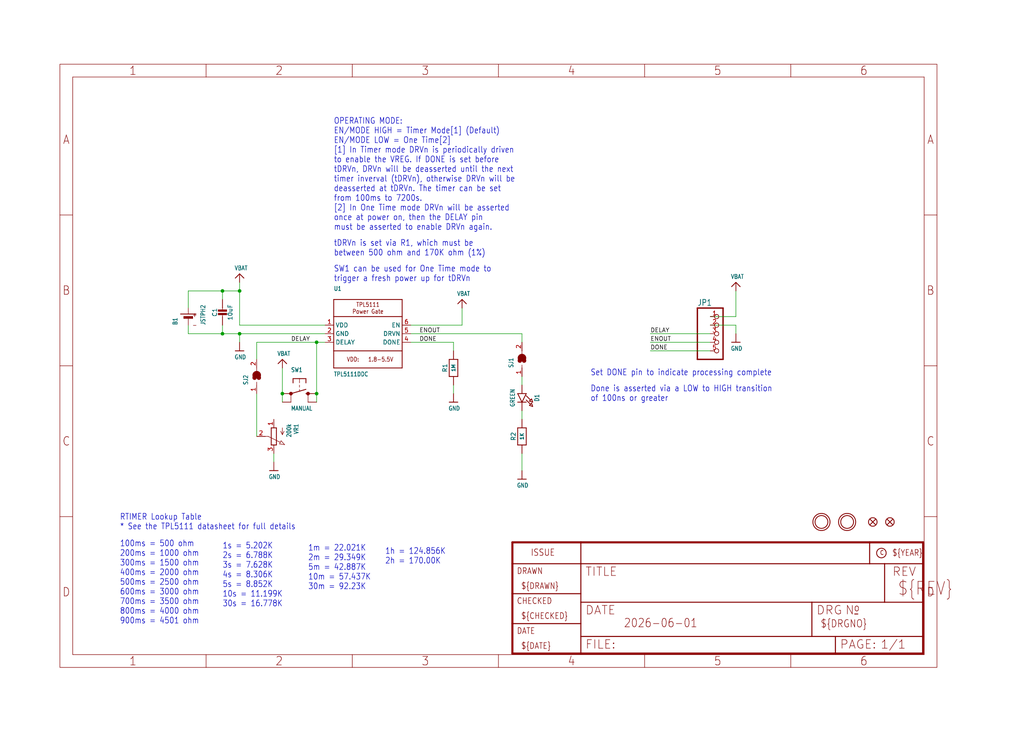
<source format=kicad_sch>
(kicad_sch (version 20230121) (generator eeschema)
  (paper "User" 303.962 217.322)
  (lib_symbols
    (symbol "working-eagle-import:BATTERY"
      (property "Reference" "B" (at -2.54 3.175 0))
      (symbol "BATTERY_1_0"
        (polyline (pts (xy -2.54 0) (xy -0.635 0)) (stroke (width 0.1524)))
        (polyline (pts (xy -0.508 -1.27) (xy -0.508 1.27)) (stroke (width 0.254)))
        (polyline (pts (xy -0.508 1.27) (xy -0.254 1.27)) (stroke (width 0.254)))
        (polyline (pts (xy -0.254 -1.27) (xy -0.508 -1.27)) (stroke (width 0.254)))
        (polyline (pts (xy -0.254 1.27) (xy -0.254 -1.27)) (stroke (width 0.254)))
        (polyline (pts (xy -0.254 1.27) (xy 0 1.27)) (stroke (width 0.254)))
        (polyline (pts (xy 0 -1.27) (xy -0.254 -1.27)) (stroke (width 0.254)))
        (polyline (pts (xy 0 1.27) (xy 0 -1.27)) (stroke (width 0.254)))
        (polyline (pts (xy 0.762 2.286) (xy 0.762 -2.286)) (stroke (width 0.254)))
        (polyline (pts (xy 0.889 0) (xy 2.54 0)) (stroke (width 0.1524)))
        (text "+" (at 1.27 -1.143 900) (effects (font (size 1.27 1.0795)) (justify right top)))
        (text "-" (at -1.778 -1.143 900) (effects (font (size 1.27 1.0795)) (justify right top)))
        (pin passive line (at -2.54 0 0) (length 0) (name "-") (number "1"))
        (pin passive line (at 2.54 0 180) (length 0) (name "+") (number "2"))
      )
    )
    (symbol "working-eagle-import:CAP_CERAMIC0805-NOOUTLINE"
      (property "Reference" "C" (at -2.29 1.25 90))
      (symbol "CAP_CERAMIC0805-NOOUTLINE_1_0"
        (rectangle (start -1.27 0.508) (end 1.27 1.016) (fill (type outline)))
        (rectangle (start -1.27 1.524) (end 1.27 2.032) (fill (type outline)))
        (polyline (pts (xy 0 0.762) (xy 0 0)) (stroke (width 0.1524)))
        (polyline (pts (xy 0 2.54) (xy 0 1.778)) (stroke (width 0.1524)))
        (pin passive line (at 0 5.08 270) (length 2.54) (name "1") (number "1"))
        (pin passive line (at 0 -2.54 90) (length 2.54) (name "2") (number "2"))
      )
    )
    (symbol "working-eagle-import:FIDUCIAL_1MM"
      (symbol "FIDUCIAL_1MM_1_0"
        (polyline (pts (xy -0.762 0.762) (xy 0.762 -0.762)) (stroke (width 0.254)))
        (polyline (pts (xy 0.762 0.762) (xy -0.762 -0.762)) (stroke (width 0.254)))
        (circle (center 0 0) (radius 1.27) (stroke (width 0.254)))
      )
    )
    (symbol "working-eagle-import:FRAME_A4"
      (symbol "FRAME_A4_1_0"
        (polyline (pts (xy 0 44.7675) (xy 3.81 44.7675)))
        (polyline (pts (xy 0 89.535) (xy 3.81 89.535)))
        (polyline (pts (xy 0 134.3025) (xy 3.81 134.3025)))
        (polyline (pts (xy 3.81 3.81) (xy 3.81 175.26)))
        (polyline (pts (xy 43.3917 0) (xy 43.3917 3.81)))
        (polyline (pts (xy 43.3917 175.26) (xy 43.3917 179.07)))
        (polyline (pts (xy 86.7833 0) (xy 86.7833 3.81)))
        (polyline (pts (xy 86.7833 175.26) (xy 86.7833 179.07)))
        (polyline (pts (xy 130.175 0) (xy 130.175 3.81)))
        (polyline (pts (xy 130.175 175.26) (xy 130.175 179.07)))
        (polyline (pts (xy 173.5667 0) (xy 173.5667 3.81)))
        (polyline (pts (xy 173.5667 175.26) (xy 173.5667 179.07)))
        (polyline (pts (xy 216.9583 0) (xy 216.9583 3.81)))
        (polyline (pts (xy 216.9583 175.26) (xy 216.9583 179.07)))
        (polyline (pts (xy 256.54 3.81) (xy 3.81 3.81)))
        (polyline (pts (xy 256.54 3.81) (xy 256.54 8.89)) (stroke (width 0.1016)))
        (polyline (pts (xy 256.54 3.81) (xy 256.54 175.26)))
        (polyline (pts (xy 256.54 8.89) (xy 256.54 13.97)) (stroke (width 0.1016)))
        (polyline (pts (xy 256.54 13.97) (xy 256.54 19.05)) (stroke (width 0.1016)))
        (polyline (pts (xy 256.54 19.05) (xy 256.54 36.83)) (stroke (width 0.1016)))
        (polyline (pts (xy 256.54 44.7675) (xy 260.35 44.7675)))
        (polyline (pts (xy 256.54 89.535) (xy 260.35 89.535)))
        (polyline (pts (xy 256.54 134.3025) (xy 260.35 134.3025)))
        (polyline (pts (xy 256.54 175.26) (xy 3.81 175.26)))
        (polyline (pts (xy 0 0) (xy 260.35 0) (xy 260.35 179.07) (xy 0 179.07) (xy 0 0)))
        (text "1" (at 21.6958 1.905 0) (effects (font (size 2.54 2.286))))
        (text "1" (at 21.6958 177.165 0) (effects (font (size 2.54 2.286))))
        (text "2" (at 65.0875 1.905 0) (effects (font (size 2.54 2.286))))
        (text "2" (at 65.0875 177.165 0) (effects (font (size 2.54 2.286))))
        (text "3" (at 108.4792 1.905 0) (effects (font (size 2.54 2.286))))
        (text "3" (at 108.4792 177.165 0) (effects (font (size 2.54 2.286))))
        (text "4" (at 151.8708 1.905 0) (effects (font (size 2.54 2.286))))
        (text "4" (at 151.8708 177.165 0) (effects (font (size 2.54 2.286))))
        (text "5" (at 195.2625 1.905 0) (effects (font (size 2.54 2.286))))
        (text "5" (at 195.2625 177.165 0) (effects (font (size 2.54 2.286))))
        (text "6" (at 238.6542 1.905 0) (effects (font (size 2.54 2.286))))
        (text "6" (at 238.6542 177.165 0) (effects (font (size 2.54 2.286))))
        (text "A" (at 1.905 156.6863 0) (effects (font (size 2.54 2.286))))
        (text "A" (at 258.445 156.6863 0) (effects (font (size 2.54 2.286))))
        (text "B" (at 1.905 111.9188 0) (effects (font (size 2.54 2.286))))
        (text "B" (at 258.445 111.9188 0) (effects (font (size 2.54 2.286))))
        (text "C" (at 1.905 67.1513 0) (effects (font (size 2.54 2.286))))
        (text "C" (at 258.445 67.1513 0) (effects (font (size 2.54 2.286))))
        (text "D" (at 1.905 22.3838 0) (effects (font (size 2.54 2.286))))
        (text "D" (at 258.445 22.3838 0) (effects (font (size 2.54 2.286))))
      )
      (symbol "FRAME_A4_2_0"
        (polyline (pts (xy -0.3048 1.5748) (xy 20.0152 1.5748)) (stroke (width 0.6096)))
        (polyline (pts (xy -0.3048 10.4648) (xy -0.3048 1.5748)) (stroke (width 0.6096)))
        (polyline (pts (xy -0.3048 10.4648) (xy 20.0152 10.4648)) (stroke (width 0.3048)))
        (polyline (pts (xy -0.3048 19.3548) (xy -0.3048 10.4648)) (stroke (width 0.6096)))
        (polyline (pts (xy -0.3048 19.3548) (xy 20.0152 19.3548)) (stroke (width 0.3048)))
        (polyline (pts (xy -0.3048 28.2448) (xy -0.3048 19.3548)) (stroke (width 0.6096)))
        (polyline (pts (xy -0.3048 28.2448) (xy 20.0152 28.2448)) (stroke (width 0.3048)))
        (polyline (pts (xy -0.3048 34.5948) (xy -0.3048 28.2448)) (stroke (width 0.6096)))
        (polyline (pts (xy 20.0152 1.5748) (xy 20.0152 6.6548)) (stroke (width 0.3048)))
        (polyline (pts (xy 20.0152 1.5748) (xy 95.5802 1.5748)) (stroke (width 0.6096)))
        (polyline (pts (xy 20.0152 6.6548) (xy 20.0152 10.4648)) (stroke (width 0.3048)))
        (polyline (pts (xy 20.0152 6.6548) (xy 88.5952 6.6548)) (stroke (width 0.3048)))
        (polyline (pts (xy 20.0152 10.4648) (xy 20.0152 16.8148)) (stroke (width 0.3048)))
        (polyline (pts (xy 20.0152 16.8148) (xy 20.0152 19.3548)) (stroke (width 0.3048)))
        (polyline (pts (xy 20.0152 19.3548) (xy 20.0152 28.2448)) (stroke (width 0.3048)))
        (polyline (pts (xy 20.0152 28.2448) (xy 20.0152 34.5948)) (stroke (width 0.3048)))
        (polyline (pts (xy 20.0152 28.2448) (xy 105.7402 28.2448)) (stroke (width 0.3048)))
        (polyline (pts (xy 20.0152 34.5948) (xy -0.3048 34.5948)) (stroke (width 0.6096)))
        (polyline (pts (xy 88.5952 6.6548) (xy 95.5802 6.6548)) (stroke (width 0.3048)))
        (polyline (pts (xy 88.5952 16.8148) (xy 20.0152 16.8148)) (stroke (width 0.3048)))
        (polyline (pts (xy 88.5952 16.8148) (xy 88.5952 6.6548)) (stroke (width 0.3048)))
        (polyline (pts (xy 95.5802 1.5748) (xy 121.6152 1.5748)) (stroke (width 0.6096)))
        (polyline (pts (xy 95.5802 6.6548) (xy 95.5802 1.5748)) (stroke (width 0.3048)))
        (polyline (pts (xy 95.5802 6.6548) (xy 121.6152 6.6548)) (stroke (width 0.3048)))
        (polyline (pts (xy 101.2952 13.3223) (xy 102.2477 13.3223)) (stroke (width 0.254)))
        (polyline (pts (xy 105.7402 28.2448) (xy 105.7402 34.5948)) (stroke (width 0.3048)))
        (polyline (pts (xy 105.7402 28.2448) (xy 110.1852 28.2448)) (stroke (width 0.3048)))
        (polyline (pts (xy 105.7402 34.5948) (xy 20.0152 34.5948)) (stroke (width 0.6096)))
        (polyline (pts (xy 110.1852 16.8148) (xy 88.5952 16.8148)) (stroke (width 0.3048)))
        (polyline (pts (xy 110.1852 28.2448) (xy 110.1852 16.8148)) (stroke (width 0.3048)))
        (polyline (pts (xy 110.1852 28.2448) (xy 121.6152 28.2448)) (stroke (width 0.3048)))
        (polyline (pts (xy 121.6152 6.6548) (xy 121.6152 1.5748)) (stroke (width 0.6096)))
        (polyline (pts (xy 121.6152 16.8148) (xy 110.1852 16.8148)) (stroke (width 0.3048)))
        (polyline (pts (xy 121.6152 16.8148) (xy 121.6152 6.6548)) (stroke (width 0.6096)))
        (polyline (pts (xy 121.6152 28.2448) (xy 121.6152 16.8148)) (stroke (width 0.6096)))
        (polyline (pts (xy 121.6152 34.5948) (xy 105.7402 34.5948)) (stroke (width 0.6096)))
        (polyline (pts (xy 121.6152 34.5948) (xy 121.6152 28.2448)) (stroke (width 0.6096)))
        (circle (center 109.2327 31.4198) (radius 1.4199) (stroke (width 0.254)))
        (text "${#}/${##}" (at 108.9152 2.8448 0) (effects (font (size 2.54 2.54)) (justify left bottom)))
        (text "${CHECKED}" (at 2.2352 11.7348 0) (effects (font (size 1.778 1.5113)) (justify left bottom)))
        (text "${COMPANY}" (at 23.349 29.6735 0) (effects (font (size 3.175 2.6987) (thickness 0.5397) bold) (justify left bottom)))
        (text "${CURRENT_DATE}" (at 32.7152 9.1948 0) (effects (font (size 2.54 2.159)) (justify left bottom)))
        (text "${DATE}" (at 2.2352 2.8448 0) (effects (font (size 1.778 1.5113)) (justify left bottom)))
        (text "${DRAWN}" (at 2.2352 20.6248 0) (effects (font (size 1.778 1.5113)) (justify left bottom)))
        (text "${DRGNO}" (at 91.1352 9.1948 0) (effects (font (size 2.1844 1.8567)) (justify left bottom)))
        (text "${PROJECTNAME}" (at 33.0327 2.8448 0) (effects (font (size 2.54 2.159)) (justify left bottom)))
        (text "${REV}" (at 113.9952 18.7198 0) (effects (font (size 3.81 3.2385)) (justify left bottom)))
        (text "${YEAR}" (at 112.4077 30.4673 0) (effects (font (size 1.778 1.5113)) (justify left bottom)))
        (text "C" (at 108.7564 30.7848 0) (effects (font (size 1.27 1.0795)) (justify left bottom)))
        (text "CHECKED" (at 0.9652 16.1798 0) (effects (font (size 1.778 1.5113)) (justify left bottom)))
        (text "DATE" (at 0.9652 7.2898 0) (effects (font (size 1.778 1.5113)) (justify left bottom)))
        (text "DATE" (at 21.2852 13.0048 0) (effects (font (size 2.54 2.54)) (justify left bottom)))
        (text "DRAWN" (at 0.9652 25.0698 0) (effects (font (size 1.778 1.5113)) (justify left bottom)))
        (text "DRG" (at 89.8652 13.0048 0) (effects (font (size 2.54 2.54)) (justify left bottom)))
        (text "FILE:" (at 21.2852 2.8448 0) (effects (font (size 2.54 2.54)) (justify left bottom)))
        (text "ISSUE" (at 5.0927 30.4673 0) (effects (font (size 1.9304 1.6408)) (justify left bottom)))
        (text "N" (at 98.4377 13.0048 0) (effects (font (size 2.54 2.54)) (justify left bottom)))
        (text "o" (at 100.9777 13.9573 0) (effects (font (size 2.1844 1.8567)) (justify left bottom)))
        (text "PAGE:" (at 96.8502 2.8448 0) (effects (font (size 2.54 2.54)) (justify left bottom)))
        (text "REV" (at 112.4077 24.4348 0) (effects (font (size 2.54 2.54)) (justify left bottom)))
        (text "TITLE" (at 21.2852 24.4348 0) (effects (font (size 2.54 2.54)) (justify left bottom)))
      )
    )
    (symbol "working-eagle-import:GND" (power)
      (property "Value" "GND" (at -1.524 -2.54 0))
      (symbol "GND_1_0"
        (polyline (pts (xy -1.27 0) (xy 1.27 0)) (stroke (width 0.254)))
        (pin power_in line (at 0 2.54 270) (length 2.54) (name "GND") (number "1"))
      )
    )
    (symbol "working-eagle-import:HEADER-1X576MIL"
      (property "Reference" "JP" (at -6.35 8.255 0))
      (symbol "HEADER-1X576MIL_1_0"
        (polyline (pts (xy -6.35 -7.62) (xy 1.27 -7.62)) (stroke (width 0.4064)))
        (polyline (pts (xy -6.35 7.62) (xy -6.35 -7.62)) (stroke (width 0.4064)))
        (polyline (pts (xy 1.27 -7.62) (xy 1.27 7.62)) (stroke (width 0.4064)))
        (polyline (pts (xy 1.27 7.62) (xy -6.35 7.62)) (stroke (width 0.4064)))
        (pin passive inverted (at -2.54 5.08 0) (length 2.54) (name "1") (number "1"))
        (pin passive inverted (at -2.54 2.54 0) (length 2.54) (name "2") (number "2"))
        (pin passive inverted (at -2.54 0 0) (length 2.54) (name "3") (number "3"))
        (pin passive inverted (at -2.54 -2.54 0) (length 2.54) (name "4") (number "4"))
        (pin passive inverted (at -2.54 -5.08 0) (length 2.54) (name "5") (number "5"))
      )
    )
    (symbol "working-eagle-import:LED0805_NOOUTLINE"
      (property "Reference" "D" (at -1.27 4.445 0))
      (symbol "LED0805_NOOUTLINE_1_0"
        (polyline (pts (xy -2.54 -1.27) (xy 0 0)) (stroke (width 0.254)))
        (polyline (pts (xy -2.54 1.27) (xy -2.54 -1.27)) (stroke (width 0.254)))
        (polyline (pts (xy -1.905 1.27) (xy -0.635 2.54)) (stroke (width 0.254)))
        (polyline (pts (xy -0.9525 2.8575) (xy -0.3175 2.2225)) (stroke (width 0.254)))
        (polyline (pts (xy -0.635 1.27) (xy 0.635 2.54)) (stroke (width 0.254)))
        (polyline (pts (xy -0.3175 2.2225) (xy 0 3.175)) (stroke (width 0.254)))
        (polyline (pts (xy 0 0) (xy -2.54 1.27)) (stroke (width 0.254)))
        (polyline (pts (xy 0 0) (xy 0 -1.27)) (stroke (width 0.254)))
        (polyline (pts (xy 0 1.27) (xy 0 0)) (stroke (width 0.254)))
        (polyline (pts (xy 0 3.175) (xy -0.9525 2.8575)) (stroke (width 0.254)))
        (polyline (pts (xy 0.3175 2.8575) (xy 0.9525 2.2225)) (stroke (width 0.254)))
        (polyline (pts (xy 0.9525 2.2225) (xy 1.27 3.175)) (stroke (width 0.254)))
        (polyline (pts (xy 1.27 3.175) (xy 0.3175 2.8575)) (stroke (width 0.254)))
        (pin passive line (at -5.08 0 0) (length 2.54) (name "A") (number "A"))
        (pin passive line (at 2.54 0 180) (length 2.54) (name "C") (number "C"))
      )
    )
    (symbol "working-eagle-import:MOUNTINGHOLE2.5"
      (symbol "MOUNTINGHOLE2.5_1_0"
        (circle (center 0 0) (radius 1.905) (stroke (width 0.254)))
        (circle (center 0 0) (radius 2.54) (stroke (width 0.254)))
      )
    )
    (symbol "working-eagle-import:RESISTOR0805_NOOUTLINE"
      (property "Reference" "R" (at 0 2.54 0))
      (symbol "RESISTOR0805_NOOUTLINE_1_0"
        (polyline (pts (xy -2.54 -1.27) (xy -2.54 1.27)) (stroke (width 0.254)))
        (polyline (pts (xy -2.54 1.27) (xy 2.54 1.27)) (stroke (width 0.254)))
        (polyline (pts (xy 2.54 -1.27) (xy -2.54 -1.27)) (stroke (width 0.254)))
        (polyline (pts (xy 2.54 1.27) (xy 2.54 -1.27)) (stroke (width 0.254)))
        (pin passive line (at -5.08 0 0) (length 2.54) (name "1") (number "1"))
        (pin passive line (at 5.08 0 180) (length 2.54) (name "2") (number "2"))
      )
    )
    (symbol "working-eagle-import:SOLDERJUMPERCLOSED"
      (property "Reference" "SJ" (at -2.54 2.54 0))
      (symbol "SOLDERJUMPERCLOSED_1_0"
        (arc (start -0.381 -0.635) (mid 0.2541 -0.0001) (end -0.3808 0.635) (stroke (width 1.27)))
        (polyline (pts (xy -2.54 0) (xy -1.651 0)) (stroke (width 0.1524)))
        (polyline (pts (xy 2.54 0) (xy 1.651 0)) (stroke (width 0.1524)))
        (arc (start 0.3808 -0.635) (mid 1.0132 -0.0001) (end 0.381 0.635) (stroke (width 1.27)))
        (pin passive line (at -5.08 0 0) (length 2.54) (name "1") (number "1"))
        (pin passive line (at 5.08 0 180) (length 2.54) (name "2") (number "2"))
      )
    )
    (symbol "working-eagle-import:SWITCH_TACT_SMT_EVQQ2_SMALL"
      (property "Reference" "SW" (at -2.54 6.35 0))
      (symbol "SWITCH_TACT_SMT_EVQQ2_SMALL_1_0"
        (circle (center -2.54 0) (radius 0.127) (stroke (width 0.4064)))
        (polyline (pts (xy -2.54 -2.54) (xy -2.54 0)) (stroke (width 0.1524)))
        (polyline (pts (xy -2.54 0) (xy 1.905 1.27)) (stroke (width 0.254)))
        (polyline (pts (xy -1.905 4.445) (xy -1.905 3.175)) (stroke (width 0.254)))
        (polyline (pts (xy 0 1.27) (xy 0 0.635)) (stroke (width 0.1524)))
        (polyline (pts (xy 0 2.54) (xy 0 1.905)) (stroke (width 0.1524)))
        (polyline (pts (xy 0 4.445) (xy -1.905 4.445)) (stroke (width 0.254)))
        (polyline (pts (xy 0 4.445) (xy 0 3.175)) (stroke (width 0.1524)))
        (polyline (pts (xy 1.905 0) (xy 2.54 0)) (stroke (width 0.254)))
        (polyline (pts (xy 1.905 4.445) (xy 0 4.445)) (stroke (width 0.254)))
        (polyline (pts (xy 1.905 4.445) (xy 1.905 3.175)) (stroke (width 0.254)))
        (polyline (pts (xy 2.54 -2.54) (xy 2.54 0)) (stroke (width 0.1524)))
        (circle (center 2.54 0) (radius 0.127) (stroke (width 0.4064)))
        (pin passive line (at -5.08 0 0) (length 2.54) (name "P") (number "A"))
        (pin passive line (at -5.08 -2.54 0) (length 2.54) (name "P1") (number "A'"))
        (pin passive line (at 5.08 0 180) (length 2.54) (name "S") (number "B"))
        (pin passive line (at 5.08 -2.54 180) (length 2.54) (name "S1") (number "B'"))
      )
    )
    (symbol "working-eagle-import:TPL5111"
      (property "Reference" "U" (at -10.16 12.7 0))
      (symbol "TPL5111_1_0"
        (polyline (pts (xy -10.16 -10.16) (xy 10.16 -10.16)) (stroke (width 0.254)))
        (polyline (pts (xy -10.16 -5.08) (xy -10.16 -10.16)) (stroke (width 0.254)))
        (polyline (pts (xy -10.16 -5.08) (xy -10.16 5.08)) (stroke (width 0.254)))
        (polyline (pts (xy -10.16 5.08) (xy -10.16 10.16)) (stroke (width 0.254)))
        (polyline (pts (xy -10.16 5.08) (xy 10.16 5.08)) (stroke (width 0.254)))
        (polyline (pts (xy -10.16 10.16) (xy 10.16 10.16)) (stroke (width 0.254)))
        (polyline (pts (xy 10.16 -10.16) (xy 10.16 -5.08)) (stroke (width 0.254)))
        (polyline (pts (xy 10.16 -5.08) (xy -10.16 -5.08)) (stroke (width 0.254)))
        (polyline (pts (xy 10.16 5.08) (xy 10.16 -5.08)) (stroke (width 0.254)))
        (polyline (pts (xy 10.16 10.16) (xy 10.16 5.08)) (stroke (width 0.254)))
        (text "1.8-5.5V" (at 0 -7.62 0) (effects (font (size 1.27 1.0795)) (justify left)))
        (text "TPL5111\nPower Gate" (at 0 7.62 0) (effects (font (size 1.27 1.0795))))
        (text "VDD:" (at -2.54 -7.62 0) (effects (font (size 1.27 1.0795)) (justify right)))
        (pin power_in line (at -12.7 2.54 0) (length 2.54) (name "VDD") (number "1"))
        (pin power_in line (at -12.7 0 0) (length 2.54) (name "GND") (number "2"))
        (pin input line (at -12.7 -2.54 0) (length 2.54) (name "DELAY") (number "3"))
        (pin input line (at 12.7 -2.54 180) (length 2.54) (name "DONE") (number "4"))
        (pin output line (at 12.7 0 180) (length 2.54) (name "DRVN") (number "5"))
        (pin input line (at 12.7 2.54 180) (length 2.54) (name "EN") (number "6"))
      )
    )
    (symbol "working-eagle-import:TRIMPOTTC33X-2"
      (property "Reference" "VR" (at -5.969 -3.81 90))
      (symbol "TRIMPOTTC33X-2_1_0"
        (polyline (pts (xy -3.1989 2.4495) (xy -1.7018 2.2352)) (stroke (width 0.1524)))
        (polyline (pts (xy -2.54 -2.54) (xy -2.54 -0.508)) (stroke (width 0.1524)))
        (polyline (pts (xy -2.54 -0.508) (xy -3.048 -1.524)) (stroke (width 0.1524)))
        (polyline (pts (xy -2.54 -0.508) (xy -2.032 -1.524)) (stroke (width 0.1524)))
        (polyline (pts (xy -2.1597 1.2939) (xy -3.1989 2.4495)) (stroke (width 0.1524)))
        (polyline (pts (xy -2.1597 1.2939) (xy -1.7018 2.2352)) (stroke (width 0.1524)))
        (polyline (pts (xy -0.762 -2.54) (xy 0.762 -2.54)) (stroke (width 0.254)))
        (polyline (pts (xy -0.762 2.54) (xy -0.762 -2.54)) (stroke (width 0.254)))
        (polyline (pts (xy 0.762 -2.54) (xy 0.762 2.54)) (stroke (width 0.254)))
        (polyline (pts (xy 0.762 2.54) (xy -0.762 2.54)) (stroke (width 0.254)))
        (polyline (pts (xy 1.651 0) (xy -1.8796 1.7526)) (stroke (width 0.1524)))
        (polyline (pts (xy 2.54 0) (xy 1.651 0)) (stroke (width 0.1524)))
        (pin passive line (at 0 -5.08 90) (length 2.54) (name "A") (number "1"))
        (pin passive line (at 5.08 0 180) (length 2.54) (name "S") (number "2"))
        (pin passive line (at 0 5.08 270) (length 2.54) (name "E") (number "3"))
      )
    )
    (symbol "working-eagle-import:VBAT" (power)
      (property "Value" "VBAT" (at -1.524 1.016 0))
      (symbol "VBAT_1_0"
        (polyline (pts (xy -1.27 -1.27) (xy 0 0)) (stroke (width 0.254)))
        (polyline (pts (xy 0 0) (xy 1.27 -1.27)) (stroke (width 0.254)))
        (pin power_in line (at 0 -2.54 90) (length 2.54) (name "VBAT") (number "1"))
      )
    )
  )
  (junction (at 71.12 86.36))
  (junction (at 93.98 116.84))
  (junction (at 66.04 86.36))
  (junction (at 66.04 99.06))
  (junction (at 71.12 99.06))
  (junction (at 93.98 101.6))
  (junction (at 83.82 116.84))
  (wire (pts (xy 154.94 134.62) (xy 154.94 139.7)) (stroke (width 0.1524)))
  (wire (pts (xy 76.2 129.54) (xy 76.2 116.84)) (stroke (width 0.1524)))
  (wire (pts (xy 83.82 119.38) (xy 83.82 116.84)) (stroke (width 0.1524)))
  (wire (pts (xy 210.82 96.52) (xy 218.44 96.52)) (stroke (width 0.1524)))
  (wire (pts (xy 76.2 101.6) (xy 76.2 106.68)) (stroke (width 0.1524)))
  (wire (pts (xy 154.94 101.6) (xy 154.94 99.06)) (stroke (width 0.1524)))
  (wire (pts (xy 71.12 86.36) (xy 71.12 83.82)) (stroke (width 0.1524)))
  (wire (pts (xy 96.52 99.06) (xy 71.12 99.06)) (stroke (width 0.1524)))
  (wire (pts (xy 96.52 101.6) (xy 93.98 101.6)) (stroke (width 0.1524)))
  (wire (pts (xy 134.62 101.6) (xy 134.62 104.14)) (stroke (width 0.1524)))
  (wire (pts (xy 218.44 93.98) (xy 218.44 86.36)) (stroke (width 0.1524)))
  (wire (pts (xy 210.82 104.14) (xy 193.04 104.14)) (stroke (width 0.1524)))
  (wire (pts (xy 66.04 99.06) (xy 55.88 99.06)) (stroke (width 0.1524)))
  (wire (pts (xy 134.62 114.3) (xy 134.62 116.84)) (stroke (width 0.1524)))
  (wire (pts (xy 218.44 96.52) (xy 218.44 99.06)) (stroke (width 0.1524)))
  (wire (pts (xy 71.12 99.06) (xy 66.04 99.06)) (stroke (width 0.1524)))
  (wire (pts (xy 66.04 99.06) (xy 66.04 96.52)) (stroke (width 0.1524)))
  (wire (pts (xy 154.94 124.46) (xy 154.94 121.92)) (stroke (width 0.1524)))
  (wire (pts (xy 121.92 96.52) (xy 137.16 96.52)) (stroke (width 0.1524)))
  (wire (pts (xy 71.12 99.06) (xy 71.12 101.6)) (stroke (width 0.1524)))
  (wire (pts (xy 83.82 116.84) (xy 83.82 109.22)) (stroke (width 0.1524)))
  (wire (pts (xy 134.62 101.6) (xy 121.92 101.6)) (stroke (width 0.1524)))
  (wire (pts (xy 210.82 93.98) (xy 218.44 93.98)) (stroke (width 0.1524)))
  (wire (pts (xy 66.04 86.36) (xy 55.88 86.36)) (stroke (width 0.1524)))
  (wire (pts (xy 66.04 86.36) (xy 66.04 88.9)) (stroke (width 0.1524)))
  (wire (pts (xy 71.12 96.52) (xy 71.12 86.36)) (stroke (width 0.1524)))
  (wire (pts (xy 210.82 99.06) (xy 193.04 99.06)) (stroke (width 0.1524)))
  (wire (pts (xy 154.94 99.06) (xy 121.92 99.06)) (stroke (width 0.1524)))
  (wire (pts (xy 93.98 116.84) (xy 93.98 119.38)) (stroke (width 0.1524)))
  (wire (pts (xy 210.82 101.6) (xy 193.04 101.6)) (stroke (width 0.1524)))
  (wire (pts (xy 137.16 96.52) (xy 137.16 91.44)) (stroke (width 0.1524)))
  (wire (pts (xy 55.88 99.06) (xy 55.88 96.52)) (stroke (width 0.1524)))
  (wire (pts (xy 55.88 86.36) (xy 55.88 91.44)) (stroke (width 0.1524)))
  (wire (pts (xy 81.28 137.16) (xy 81.28 134.62)) (stroke (width 0.1524)))
  (wire (pts (xy 154.94 114.3) (xy 154.94 111.76)) (stroke (width 0.1524)))
  (wire (pts (xy 96.52 96.52) (xy 71.12 96.52)) (stroke (width 0.1524)))
  (wire (pts (xy 71.12 86.36) (xy 66.04 86.36)) (stroke (width 0.1524)))
  (wire (pts (xy 93.98 116.84) (xy 93.98 101.6)) (stroke (width 0.1524)))
  (wire (pts (xy 93.98 101.6) (xy 76.2 101.6)) (stroke (width 0.1524)))
  (text "1h = 124.856K\n2h = 170.00K" (at 114.3 167.64 0) (effects (font (size 1.778 1.5113)) (justify left bottom)))
  (text "100ms = 500 ohm\n200ms = 1000 ohm\n300ms = 1500 ohm\n400ms = 2000 ohm\n500ms = 2500 ohm\n600ms = 3000 ohm\n700ms = 3500 ohm\n800ms = 4000 ohm\n900ms = 4501 ohm" (at 35.56 185.42 0) (effects (font (size 1.778 1.5113)) (justify left bottom)))
  (text "Set DONE pin to indicate processing complete" (at 175.26 111.76 0) (effects (font (size 1.778 1.5113)) (justify left bottom)))
  (text "1s = 5.202K\n2s = 6.788K\n3s = 7.628K\n4s = 8.306K\n5s = 8.852K\n10s = 11.199K\n30s = 16.778K" (at 66.04 180.34 0) (effects (font (size 1.778 1.5113)) (justify left bottom)))
  (text "RTIMER Lookup Table\n* See the TPL5111 datasheet for full details" (at 35.56 157.48 0) (effects (font (size 1.778 1.5113)) (justify left bottom)))
  (text "1m = 22.021K\n2m = 29.349K\n5m = 42.887K\n10m = 57.437K\n30m = 92.23K" (at 91.44 175.26 0) (effects (font (size 1.778 1.5113)) (justify left bottom)))
  (text "OPERATING MODE:\nEN/MODE HIGH = Timer Mode[1] (Default)\nEN/MODE LOW = One Time[2]\n[1] In Timer mode DRVn is periodically driven\nto enable the VREG. If DONE is set before\ntDRVn, DRVn will be deasserted until the next\ntimer inverval (tDRVn), otherwise DRVn will be\ndeasserted at tDRVn. The timer can be set\nfrom 100ms to 7200s.\n[2] In One Time mode DRVn will be asserted\nonce at power on, then the DELAY pin\nmust be asserted to enable DRVn again." (at 99.06 68.58 0) (effects (font (size 1.778 1.5113)) (justify left bottom)))
  (text "tDRVn is set via R1, which must be\nbetween 500 ohm and 170K ohm (1%)" (at 99.06 76.2 0) (effects (font (size 1.778 1.5113)) (justify left bottom)))
  (text "SW1 can be used for One Time mode to\ntrigger a fresh power up for tDRVn" (at 99.06 83.82 0) (effects (font (size 1.778 1.5113)) (justify left bottom)))
  (text "Done is asserted via a LOW to HIGH transition\nof 100ns or greater" (at 175.26 119.38 0) (effects (font (size 1.778 1.5113)) (justify left bottom)))
  (label "DELAY" (at 193.04 99.06 0) (effects (font (size 1.2446 1.2446))))
  (label "DONE" (at 124.46 101.6 0) (effects (font (size 1.2446 1.2446))))
  (label "DONE" (at 193.04 104.14 0) (effects (font (size 1.2446 1.2446))))
  (label "ENOUT" (at 193.04 101.6 0) (effects (font (size 1.2446 1.2446))))
  (label "ENOUT" (at 124.46 99.06 0) (effects (font (size 1.2446 1.2446))))
  (label "DELAY" (at 86.36 101.6 0) (effects (font (size 1.2446 1.2446))))
  (symbol (lib_id "working-eagle-import:GND") (at 218.44 101.6 0) (unit 1)
    (property "Reference" "#U$2" (effects hide))
    (property "Value" "GND" (at 216.916 104.14 0) (effects (font (size 1.27 1.0795)) (justify left bottom)))
  )
  (symbol (lib_id "working-eagle-import:BATTERY") (at 55.88 93.98 90) (unit 1)
    (property "Reference" "B1" (at 52.705 96.52 0) (effects (font (size 1.27 1.0795)) (justify left bottom)))
    (property "Value" "JSTPH2" (at 60.96 96.52 0) (effects (font (size 1.27 1.0795)) (justify left bottom)))
    (property "Footprint" "working:JSTPH2" (effects hide))
  )
  (symbol (lib_id "working-eagle-import:MOUNTINGHOLE2.5") (at 251.46 154.94 0) (unit 1)
    (property "Reference" "U$8" (effects hide))
    (property "Value" "MOUNTINGHOLE2.5" (effects hide))
    (property "Footprint" "working:MOUNTINGHOLE_2.5_PLATED" (effects hide))
  )
  (symbol (lib_id "working-eagle-import:SOLDERJUMPERCLOSED") (at 154.94 106.68 90) (unit 1)
    (property "Reference" "SJ1" (at 152.4 109.22 0) (effects (font (size 1.27 1.0795)) (justify left bottom)))
    (property "Value" "SOLDERJUMPERCLOSED" (effects hide))
    (property "Footprint" "working:SOLDERJUMPER_CLOSEDWIRE" (effects hide))
  )
  (symbol (lib_id "working-eagle-import:VBAT") (at 83.82 106.68 0) (unit 1)
    (property "Reference" "#U$7" (effects hide))
    (property "Value" "VBAT" (at 82.296 105.664 0) (effects (font (size 1.27 1.0795)) (justify left bottom)))
  )
  (symbol (lib_id "working-eagle-import:SOLDERJUMPERCLOSED") (at 76.2 111.76 90) (unit 1)
    (property "Reference" "SJ2" (at 73.66 114.3 0) (effects (font (size 1.27 1.0795)) (justify left bottom)))
    (property "Value" "SOLDERJUMPERCLOSED" (effects hide))
    (property "Footprint" "working:SOLDERJUMPER_CLOSEDWIRE" (effects hide))
  )
  (symbol (lib_id "working-eagle-import:TPL5111") (at 109.22 99.06 0) (unit 1)
    (property "Reference" "U1" (at 99.06 86.36 0) (effects (font (size 1.27 1.0795)) (justify left bottom)))
    (property "Value" "TPL5111DDC" (at 99.06 111.76 0) (effects (font (size 1.27 1.0795)) (justify left bottom)))
    (property "Footprint" "working:SOT23-6" (effects hide))
  )
  (symbol (lib_id "working-eagle-import:RESISTOR0805_NOOUTLINE") (at 154.94 129.54 90) (unit 1)
    (property "Reference" "R2" (at 152.4 129.54 0))
    (property "Value" "1K" (at 154.94 129.54 0) (effects (font (size 1.016 1.016) bold)))
    (property "Footprint" "working:0805-NO" (effects hide))
  )
  (symbol (lib_id "working-eagle-import:HEADER-1X576MIL") (at 213.36 99.06 0) (unit 1)
    (property "Reference" "JP1" (at 207.01 90.805 0) (effects (font (size 1.778 1.5113)) (justify left bottom)))
    (property "Value" "HEADER-1X576MIL" (effects hide))
    (property "Footprint" "working:1X05_ROUND_76" (effects hide))
  )
  (symbol (lib_id "working-eagle-import:MOUNTINGHOLE2.5") (at 243.84 154.94 0) (unit 1)
    (property "Reference" "U$9" (effects hide))
    (property "Value" "MOUNTINGHOLE2.5" (effects hide))
    (property "Footprint" "working:MOUNTINGHOLE_2.5_PLATED" (effects hide))
  )
  (symbol (lib_id "working-eagle-import:SWITCH_TACT_SMT_EVQQ2_SMALL") (at 88.9 116.84 0) (unit 1)
    (property "Reference" "SW1" (at 86.36 110.49 0) (effects (font (size 1.27 1.0795)) (justify left bottom)))
    (property "Value" "MANUAL" (at 86.36 121.92 0) (effects (font (size 1.27 1.0795)) (justify left bottom)))
    (property "Footprint" "working:EVQ-Q2_SMALLER" (effects hide))
  )
  (symbol (lib_id "working-eagle-import:GND") (at 154.94 142.24 0) (unit 1)
    (property "Reference" "#U$14" (effects hide))
    (property "Value" "GND" (at 153.416 144.78 0) (effects (font (size 1.27 1.0795)) (justify left bottom)))
  )
  (symbol (lib_id "working-eagle-import:LED0805_NOOUTLINE") (at 154.94 119.38 270) (unit 1)
    (property "Reference" "D1" (at 159.385 118.11 0) (effects (font (size 1.27 1.0795))))
    (property "Value" "GREEN" (at 152.146 118.11 0) (effects (font (size 1.27 1.0795))))
    (property "Footprint" "working:CHIPLED_0805_NOOUTLINE" (effects hide))
  )
  (symbol (lib_id "working-eagle-import:CAP_CERAMIC0805-NOOUTLINE") (at 66.04 93.98 0) (unit 1)
    (property "Reference" "C1" (at 63.75 92.73 90))
    (property "Value" "10uF" (at 68.34 92.73 90))
    (property "Footprint" "working:0805-NO" (effects hide))
  )
  (symbol (lib_id "working-eagle-import:VBAT") (at 218.44 83.82 0) (unit 1)
    (property "Reference" "#U$1" (effects hide))
    (property "Value" "VBAT" (at 216.916 82.804 0) (effects (font (size 1.27 1.0795)) (justify left bottom)))
  )
  (symbol (lib_id "working-eagle-import:VBAT") (at 137.16 88.9 0) (unit 1)
    (property "Reference" "#U$4" (effects hide))
    (property "Value" "VBAT" (at 135.636 87.884 0) (effects (font (size 1.27 1.0795)) (justify left bottom)))
  )
  (symbol (lib_id "working-eagle-import:FIDUCIAL_1MM") (at 259.08 154.94 0) (unit 1)
    (property "Reference" "FID3" (effects hide))
    (property "Value" "FIDUCIAL_1MM" (effects hide))
    (property "Footprint" "working:FIDUCIAL_1MM" (effects hide))
  )
  (symbol (lib_id "working-eagle-import:VBAT") (at 71.12 81.28 0) (unit 1)
    (property "Reference" "#U$5" (effects hide))
    (property "Value" "VBAT" (at 69.596 80.264 0) (effects (font (size 1.27 1.0795)) (justify left bottom)))
  )
  (symbol (lib_id "working-eagle-import:FRAME_A4") (at 152.4 195.58 0) (unit 2)
    (property "Reference" "#FRAME1" (effects hide))
    (property "Value" "FRAME_A4" (effects hide))
  )
  (symbol (lib_id "working-eagle-import:FIDUCIAL_1MM") (at 264.16 154.94 0) (unit 1)
    (property "Reference" "FID2" (effects hide))
    (property "Value" "FIDUCIAL_1MM" (effects hide))
    (property "Footprint" "working:FIDUCIAL_1MM" (effects hide))
  )
  (symbol (lib_id "working-eagle-import:GND") (at 71.12 104.14 0) (unit 1)
    (property "Reference" "#U$6" (effects hide))
    (property "Value" "GND" (at 69.596 106.68 0) (effects (font (size 1.27 1.0795)) (justify left bottom)))
  )
  (symbol (lib_id "working-eagle-import:TRIMPOTTC33X-2") (at 81.28 129.54 180) (unit 1)
    (property "Reference" "VR1" (at 87.249 125.73 90) (effects (font (size 1.27 1.0795)) (justify left bottom)))
    (property "Value" "200k" (at 85.09 125.73 90) (effects (font (size 1.27 1.0795)) (justify left bottom)))
    (property "Footprint" "working:TRIMPOT_BOURNS_TC33X-2" (effects hide))
  )
  (symbol (lib_id "working-eagle-import:RESISTOR0805_NOOUTLINE") (at 134.62 109.22 90) (unit 1)
    (property "Reference" "R1" (at 132.08 109.22 0))
    (property "Value" "1M" (at 134.62 109.22 0) (effects (font (size 1.016 1.016) bold)))
    (property "Footprint" "working:0805-NO" (effects hide))
  )
  (symbol (lib_id "working-eagle-import:FRAME_A4") (at 17.78 198.12 0) (unit 1)
    (property "Reference" "#FRAME1" (effects hide))
    (property "Value" "FRAME_A4" (effects hide))
  )
  (symbol (lib_id "working-eagle-import:GND") (at 134.62 119.38 0) (unit 1)
    (property "Reference" "#U$13" (effects hide))
    (property "Value" "GND" (at 133.096 121.92 0) (effects (font (size 1.27 1.0795)) (justify left bottom)))
  )
  (symbol (lib_id "working-eagle-import:GND") (at 81.28 139.7 0) (unit 1)
    (property "Reference" "#U$3" (effects hide))
    (property "Value" "GND" (at 79.756 142.24 0) (effects (font (size 1.27 1.0795)) (justify left bottom)))
  )
)
</source>
